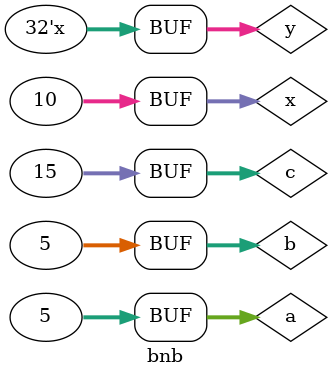
<source format=sv>

module bnb;
  
  logic clk;
  int a;
  int b;
  int c;
  int x;
  int y;
  
       always @(*)
     begin
    $display("Time unit :%0t : A: %0d B: %0d C: %0d X: %0d Y: %0d",$time,a,b,c,x,y);
    end
  
  initial begin
    a=10;
    b=5;
    c=15;
    
    x <= a+b;
    a=b;
    #5;
    y <= a+b+x;
    #15;   
    x <= a+b;
    #10;
    y <= a+b+x;
    #20;
    b=a;
    x <= a+b;
    #5;
    y <= a+b+x;
    #10;
  end
endmodule : bnb
</source>
